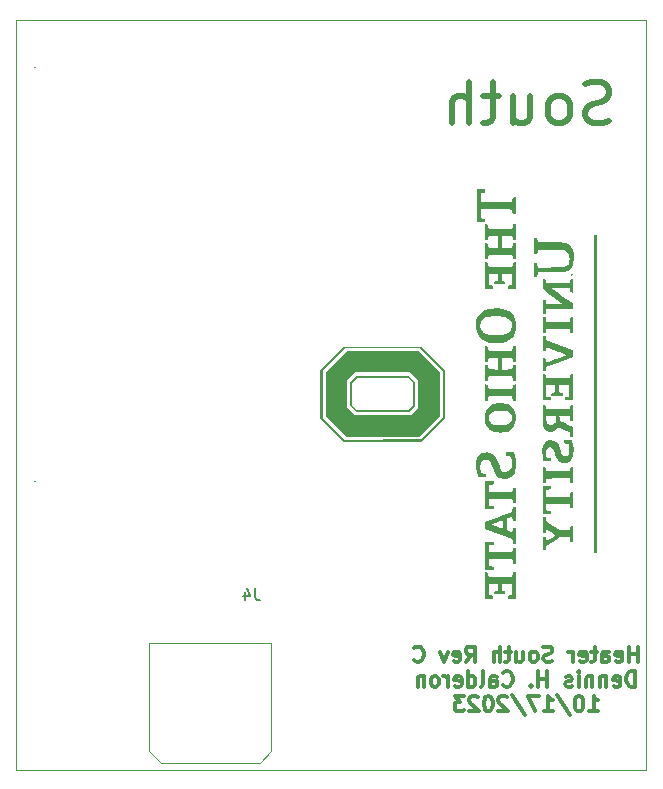
<source format=gbr>
%TF.GenerationSoftware,KiCad,Pcbnew,7.0.7*%
%TF.CreationDate,2023-10-17T22:09:54-05:00*%
%TF.ProjectId,Heater_South_DCT_HSK,48656174-6572-45f5-936f-7574685f4443,rev?*%
%TF.SameCoordinates,Original*%
%TF.FileFunction,Legend,Bot*%
%TF.FilePolarity,Positive*%
%FSLAX46Y46*%
G04 Gerber Fmt 4.6, Leading zero omitted, Abs format (unit mm)*
G04 Created by KiCad (PCBNEW 7.0.7) date 2023-10-17 22:09:54*
%MOMM*%
%LPD*%
G01*
G04 APERTURE LIST*
%ADD10C,0.150000*%
%ADD11C,0.500000*%
%ADD12C,0.300000*%
%ADD13C,0.120000*%
%TA.AperFunction,Profile*%
%ADD14C,0.100000*%
%TD*%
G04 APERTURE END LIST*
D10*
X103200200Y-89890600D02*
G75*
G03*
X103200200Y-89890600I-25400J0D01*
G01*
X103200200Y-54864000D02*
G75*
G03*
X103200200Y-54864000I-25400J0D01*
G01*
X148615400Y-72390000D02*
G75*
G03*
X148615400Y-72390000I-25400J0D01*
G01*
D11*
X151784332Y-59421676D02*
X151284332Y-59588342D01*
X151284332Y-59588342D02*
X150450999Y-59588342D01*
X150450999Y-59588342D02*
X150117665Y-59421676D01*
X150117665Y-59421676D02*
X149950999Y-59255009D01*
X149950999Y-59255009D02*
X149784332Y-58921676D01*
X149784332Y-58921676D02*
X149784332Y-58588342D01*
X149784332Y-58588342D02*
X149950999Y-58255009D01*
X149950999Y-58255009D02*
X150117665Y-58088342D01*
X150117665Y-58088342D02*
X150450999Y-57921676D01*
X150450999Y-57921676D02*
X151117665Y-57755009D01*
X151117665Y-57755009D02*
X151450999Y-57588342D01*
X151450999Y-57588342D02*
X151617665Y-57421676D01*
X151617665Y-57421676D02*
X151784332Y-57088342D01*
X151784332Y-57088342D02*
X151784332Y-56755009D01*
X151784332Y-56755009D02*
X151617665Y-56421676D01*
X151617665Y-56421676D02*
X151450999Y-56255009D01*
X151450999Y-56255009D02*
X151117665Y-56088342D01*
X151117665Y-56088342D02*
X150284332Y-56088342D01*
X150284332Y-56088342D02*
X149784332Y-56255009D01*
X147784332Y-59588342D02*
X148117666Y-59421676D01*
X148117666Y-59421676D02*
X148284332Y-59255009D01*
X148284332Y-59255009D02*
X148450999Y-58921676D01*
X148450999Y-58921676D02*
X148450999Y-57921676D01*
X148450999Y-57921676D02*
X148284332Y-57588342D01*
X148284332Y-57588342D02*
X148117666Y-57421676D01*
X148117666Y-57421676D02*
X147784332Y-57255009D01*
X147784332Y-57255009D02*
X147284332Y-57255009D01*
X147284332Y-57255009D02*
X146950999Y-57421676D01*
X146950999Y-57421676D02*
X146784332Y-57588342D01*
X146784332Y-57588342D02*
X146617666Y-57921676D01*
X146617666Y-57921676D02*
X146617666Y-58921676D01*
X146617666Y-58921676D02*
X146784332Y-59255009D01*
X146784332Y-59255009D02*
X146950999Y-59421676D01*
X146950999Y-59421676D02*
X147284332Y-59588342D01*
X147284332Y-59588342D02*
X147784332Y-59588342D01*
X143617665Y-57255009D02*
X143617665Y-59588342D01*
X145117665Y-57255009D02*
X145117665Y-59088342D01*
X145117665Y-59088342D02*
X144950999Y-59421676D01*
X144950999Y-59421676D02*
X144617665Y-59588342D01*
X144617665Y-59588342D02*
X144117665Y-59588342D01*
X144117665Y-59588342D02*
X143784332Y-59421676D01*
X143784332Y-59421676D02*
X143617665Y-59255009D01*
X142450998Y-57255009D02*
X141117665Y-57255009D01*
X141950998Y-56088342D02*
X141950998Y-59088342D01*
X141950998Y-59088342D02*
X141784332Y-59421676D01*
X141784332Y-59421676D02*
X141450998Y-59588342D01*
X141450998Y-59588342D02*
X141117665Y-59588342D01*
X139950998Y-59588342D02*
X139950998Y-56088342D01*
X138450998Y-59588342D02*
X138450998Y-57755009D01*
X138450998Y-57755009D02*
X138617665Y-57421676D01*
X138617665Y-57421676D02*
X138950998Y-57255009D01*
X138950998Y-57255009D02*
X139450998Y-57255009D01*
X139450998Y-57255009D02*
X139784332Y-57421676D01*
X139784332Y-57421676D02*
X139950998Y-57588342D01*
D12*
X154212527Y-105179193D02*
X154212527Y-103879193D01*
X154212527Y-104498241D02*
X153469670Y-104498241D01*
X153469670Y-105179193D02*
X153469670Y-103879193D01*
X152355384Y-105117289D02*
X152479193Y-105179193D01*
X152479193Y-105179193D02*
X152726812Y-105179193D01*
X152726812Y-105179193D02*
X152850622Y-105117289D01*
X152850622Y-105117289D02*
X152912526Y-104993479D01*
X152912526Y-104993479D02*
X152912526Y-104498241D01*
X152912526Y-104498241D02*
X152850622Y-104374431D01*
X152850622Y-104374431D02*
X152726812Y-104312527D01*
X152726812Y-104312527D02*
X152479193Y-104312527D01*
X152479193Y-104312527D02*
X152355384Y-104374431D01*
X152355384Y-104374431D02*
X152293479Y-104498241D01*
X152293479Y-104498241D02*
X152293479Y-104622050D01*
X152293479Y-104622050D02*
X152912526Y-104745860D01*
X151179193Y-105179193D02*
X151179193Y-104498241D01*
X151179193Y-104498241D02*
X151241098Y-104374431D01*
X151241098Y-104374431D02*
X151364907Y-104312527D01*
X151364907Y-104312527D02*
X151612526Y-104312527D01*
X151612526Y-104312527D02*
X151736336Y-104374431D01*
X151179193Y-105117289D02*
X151303002Y-105179193D01*
X151303002Y-105179193D02*
X151612526Y-105179193D01*
X151612526Y-105179193D02*
X151736336Y-105117289D01*
X151736336Y-105117289D02*
X151798240Y-104993479D01*
X151798240Y-104993479D02*
X151798240Y-104869669D01*
X151798240Y-104869669D02*
X151736336Y-104745860D01*
X151736336Y-104745860D02*
X151612526Y-104683955D01*
X151612526Y-104683955D02*
X151303002Y-104683955D01*
X151303002Y-104683955D02*
X151179193Y-104622050D01*
X150745860Y-104312527D02*
X150250622Y-104312527D01*
X150560146Y-103879193D02*
X150560146Y-104993479D01*
X150560146Y-104993479D02*
X150498241Y-105117289D01*
X150498241Y-105117289D02*
X150374431Y-105179193D01*
X150374431Y-105179193D02*
X150250622Y-105179193D01*
X149322051Y-105117289D02*
X149445860Y-105179193D01*
X149445860Y-105179193D02*
X149693479Y-105179193D01*
X149693479Y-105179193D02*
X149817289Y-105117289D01*
X149817289Y-105117289D02*
X149879193Y-104993479D01*
X149879193Y-104993479D02*
X149879193Y-104498241D01*
X149879193Y-104498241D02*
X149817289Y-104374431D01*
X149817289Y-104374431D02*
X149693479Y-104312527D01*
X149693479Y-104312527D02*
X149445860Y-104312527D01*
X149445860Y-104312527D02*
X149322051Y-104374431D01*
X149322051Y-104374431D02*
X149260146Y-104498241D01*
X149260146Y-104498241D02*
X149260146Y-104622050D01*
X149260146Y-104622050D02*
X149879193Y-104745860D01*
X148703003Y-105179193D02*
X148703003Y-104312527D01*
X148703003Y-104560146D02*
X148641098Y-104436336D01*
X148641098Y-104436336D02*
X148579193Y-104374431D01*
X148579193Y-104374431D02*
X148455384Y-104312527D01*
X148455384Y-104312527D02*
X148331574Y-104312527D01*
X146969669Y-105117289D02*
X146783955Y-105179193D01*
X146783955Y-105179193D02*
X146474431Y-105179193D01*
X146474431Y-105179193D02*
X146350622Y-105117289D01*
X146350622Y-105117289D02*
X146288717Y-105055384D01*
X146288717Y-105055384D02*
X146226812Y-104931574D01*
X146226812Y-104931574D02*
X146226812Y-104807765D01*
X146226812Y-104807765D02*
X146288717Y-104683955D01*
X146288717Y-104683955D02*
X146350622Y-104622050D01*
X146350622Y-104622050D02*
X146474431Y-104560146D01*
X146474431Y-104560146D02*
X146722050Y-104498241D01*
X146722050Y-104498241D02*
X146845860Y-104436336D01*
X146845860Y-104436336D02*
X146907765Y-104374431D01*
X146907765Y-104374431D02*
X146969669Y-104250622D01*
X146969669Y-104250622D02*
X146969669Y-104126812D01*
X146969669Y-104126812D02*
X146907765Y-104003003D01*
X146907765Y-104003003D02*
X146845860Y-103941098D01*
X146845860Y-103941098D02*
X146722050Y-103879193D01*
X146722050Y-103879193D02*
X146412527Y-103879193D01*
X146412527Y-103879193D02*
X146226812Y-103941098D01*
X145483955Y-105179193D02*
X145607765Y-105117289D01*
X145607765Y-105117289D02*
X145669670Y-105055384D01*
X145669670Y-105055384D02*
X145731574Y-104931574D01*
X145731574Y-104931574D02*
X145731574Y-104560146D01*
X145731574Y-104560146D02*
X145669670Y-104436336D01*
X145669670Y-104436336D02*
X145607765Y-104374431D01*
X145607765Y-104374431D02*
X145483955Y-104312527D01*
X145483955Y-104312527D02*
X145298241Y-104312527D01*
X145298241Y-104312527D02*
X145174432Y-104374431D01*
X145174432Y-104374431D02*
X145112527Y-104436336D01*
X145112527Y-104436336D02*
X145050622Y-104560146D01*
X145050622Y-104560146D02*
X145050622Y-104931574D01*
X145050622Y-104931574D02*
X145112527Y-105055384D01*
X145112527Y-105055384D02*
X145174432Y-105117289D01*
X145174432Y-105117289D02*
X145298241Y-105179193D01*
X145298241Y-105179193D02*
X145483955Y-105179193D01*
X143936337Y-104312527D02*
X143936337Y-105179193D01*
X144493480Y-104312527D02*
X144493480Y-104993479D01*
X144493480Y-104993479D02*
X144431575Y-105117289D01*
X144431575Y-105117289D02*
X144307765Y-105179193D01*
X144307765Y-105179193D02*
X144122051Y-105179193D01*
X144122051Y-105179193D02*
X143998242Y-105117289D01*
X143998242Y-105117289D02*
X143936337Y-105055384D01*
X143503004Y-104312527D02*
X143007766Y-104312527D01*
X143317290Y-103879193D02*
X143317290Y-104993479D01*
X143317290Y-104993479D02*
X143255385Y-105117289D01*
X143255385Y-105117289D02*
X143131575Y-105179193D01*
X143131575Y-105179193D02*
X143007766Y-105179193D01*
X142574433Y-105179193D02*
X142574433Y-103879193D01*
X142017290Y-105179193D02*
X142017290Y-104498241D01*
X142017290Y-104498241D02*
X142079195Y-104374431D01*
X142079195Y-104374431D02*
X142203004Y-104312527D01*
X142203004Y-104312527D02*
X142388718Y-104312527D01*
X142388718Y-104312527D02*
X142512528Y-104374431D01*
X142512528Y-104374431D02*
X142574433Y-104436336D01*
X139664910Y-105179193D02*
X140098243Y-104560146D01*
X140407767Y-105179193D02*
X140407767Y-103879193D01*
X140407767Y-103879193D02*
X139912529Y-103879193D01*
X139912529Y-103879193D02*
X139788719Y-103941098D01*
X139788719Y-103941098D02*
X139726814Y-104003003D01*
X139726814Y-104003003D02*
X139664910Y-104126812D01*
X139664910Y-104126812D02*
X139664910Y-104312527D01*
X139664910Y-104312527D02*
X139726814Y-104436336D01*
X139726814Y-104436336D02*
X139788719Y-104498241D01*
X139788719Y-104498241D02*
X139912529Y-104560146D01*
X139912529Y-104560146D02*
X140407767Y-104560146D01*
X138612529Y-105117289D02*
X138736338Y-105179193D01*
X138736338Y-105179193D02*
X138983957Y-105179193D01*
X138983957Y-105179193D02*
X139107767Y-105117289D01*
X139107767Y-105117289D02*
X139169671Y-104993479D01*
X139169671Y-104993479D02*
X139169671Y-104498241D01*
X139169671Y-104498241D02*
X139107767Y-104374431D01*
X139107767Y-104374431D02*
X138983957Y-104312527D01*
X138983957Y-104312527D02*
X138736338Y-104312527D01*
X138736338Y-104312527D02*
X138612529Y-104374431D01*
X138612529Y-104374431D02*
X138550624Y-104498241D01*
X138550624Y-104498241D02*
X138550624Y-104622050D01*
X138550624Y-104622050D02*
X139169671Y-104745860D01*
X138117290Y-104312527D02*
X137807766Y-105179193D01*
X137807766Y-105179193D02*
X137498243Y-104312527D01*
X135269672Y-105055384D02*
X135331576Y-105117289D01*
X135331576Y-105117289D02*
X135517291Y-105179193D01*
X135517291Y-105179193D02*
X135641100Y-105179193D01*
X135641100Y-105179193D02*
X135826814Y-105117289D01*
X135826814Y-105117289D02*
X135950624Y-104993479D01*
X135950624Y-104993479D02*
X136012529Y-104869669D01*
X136012529Y-104869669D02*
X136074433Y-104622050D01*
X136074433Y-104622050D02*
X136074433Y-104436336D01*
X136074433Y-104436336D02*
X136012529Y-104188717D01*
X136012529Y-104188717D02*
X135950624Y-104064908D01*
X135950624Y-104064908D02*
X135826814Y-103941098D01*
X135826814Y-103941098D02*
X135641100Y-103879193D01*
X135641100Y-103879193D02*
X135517291Y-103879193D01*
X135517291Y-103879193D02*
X135331576Y-103941098D01*
X135331576Y-103941098D02*
X135269672Y-104003003D01*
X153964908Y-107272193D02*
X153964908Y-105972193D01*
X153964908Y-105972193D02*
X153655384Y-105972193D01*
X153655384Y-105972193D02*
X153469670Y-106034098D01*
X153469670Y-106034098D02*
X153345860Y-106157908D01*
X153345860Y-106157908D02*
X153283955Y-106281717D01*
X153283955Y-106281717D02*
X153222051Y-106529336D01*
X153222051Y-106529336D02*
X153222051Y-106715050D01*
X153222051Y-106715050D02*
X153283955Y-106962669D01*
X153283955Y-106962669D02*
X153345860Y-107086479D01*
X153345860Y-107086479D02*
X153469670Y-107210289D01*
X153469670Y-107210289D02*
X153655384Y-107272193D01*
X153655384Y-107272193D02*
X153964908Y-107272193D01*
X152169670Y-107210289D02*
X152293479Y-107272193D01*
X152293479Y-107272193D02*
X152541098Y-107272193D01*
X152541098Y-107272193D02*
X152664908Y-107210289D01*
X152664908Y-107210289D02*
X152726812Y-107086479D01*
X152726812Y-107086479D02*
X152726812Y-106591241D01*
X152726812Y-106591241D02*
X152664908Y-106467431D01*
X152664908Y-106467431D02*
X152541098Y-106405527D01*
X152541098Y-106405527D02*
X152293479Y-106405527D01*
X152293479Y-106405527D02*
X152169670Y-106467431D01*
X152169670Y-106467431D02*
X152107765Y-106591241D01*
X152107765Y-106591241D02*
X152107765Y-106715050D01*
X152107765Y-106715050D02*
X152726812Y-106838860D01*
X151550622Y-106405527D02*
X151550622Y-107272193D01*
X151550622Y-106529336D02*
X151488717Y-106467431D01*
X151488717Y-106467431D02*
X151364907Y-106405527D01*
X151364907Y-106405527D02*
X151179193Y-106405527D01*
X151179193Y-106405527D02*
X151055384Y-106467431D01*
X151055384Y-106467431D02*
X150993479Y-106591241D01*
X150993479Y-106591241D02*
X150993479Y-107272193D01*
X150374432Y-106405527D02*
X150374432Y-107272193D01*
X150374432Y-106529336D02*
X150312527Y-106467431D01*
X150312527Y-106467431D02*
X150188717Y-106405527D01*
X150188717Y-106405527D02*
X150003003Y-106405527D01*
X150003003Y-106405527D02*
X149879194Y-106467431D01*
X149879194Y-106467431D02*
X149817289Y-106591241D01*
X149817289Y-106591241D02*
X149817289Y-107272193D01*
X149198242Y-107272193D02*
X149198242Y-106405527D01*
X149198242Y-105972193D02*
X149260146Y-106034098D01*
X149260146Y-106034098D02*
X149198242Y-106096003D01*
X149198242Y-106096003D02*
X149136337Y-106034098D01*
X149136337Y-106034098D02*
X149198242Y-105972193D01*
X149198242Y-105972193D02*
X149198242Y-106096003D01*
X148641098Y-107210289D02*
X148517289Y-107272193D01*
X148517289Y-107272193D02*
X148269670Y-107272193D01*
X148269670Y-107272193D02*
X148145860Y-107210289D01*
X148145860Y-107210289D02*
X148083956Y-107086479D01*
X148083956Y-107086479D02*
X148083956Y-107024574D01*
X148083956Y-107024574D02*
X148145860Y-106900765D01*
X148145860Y-106900765D02*
X148269670Y-106838860D01*
X148269670Y-106838860D02*
X148455384Y-106838860D01*
X148455384Y-106838860D02*
X148579194Y-106776955D01*
X148579194Y-106776955D02*
X148641098Y-106653146D01*
X148641098Y-106653146D02*
X148641098Y-106591241D01*
X148641098Y-106591241D02*
X148579194Y-106467431D01*
X148579194Y-106467431D02*
X148455384Y-106405527D01*
X148455384Y-106405527D02*
X148269670Y-106405527D01*
X148269670Y-106405527D02*
X148145860Y-106467431D01*
X146536337Y-107272193D02*
X146536337Y-105972193D01*
X146536337Y-106591241D02*
X145793480Y-106591241D01*
X145793480Y-107272193D02*
X145793480Y-105972193D01*
X145174432Y-107148384D02*
X145112527Y-107210289D01*
X145112527Y-107210289D02*
X145174432Y-107272193D01*
X145174432Y-107272193D02*
X145236336Y-107210289D01*
X145236336Y-107210289D02*
X145174432Y-107148384D01*
X145174432Y-107148384D02*
X145174432Y-107272193D01*
X142822051Y-107148384D02*
X142883955Y-107210289D01*
X142883955Y-107210289D02*
X143069670Y-107272193D01*
X143069670Y-107272193D02*
X143193479Y-107272193D01*
X143193479Y-107272193D02*
X143379193Y-107210289D01*
X143379193Y-107210289D02*
X143503003Y-107086479D01*
X143503003Y-107086479D02*
X143564908Y-106962669D01*
X143564908Y-106962669D02*
X143626812Y-106715050D01*
X143626812Y-106715050D02*
X143626812Y-106529336D01*
X143626812Y-106529336D02*
X143564908Y-106281717D01*
X143564908Y-106281717D02*
X143503003Y-106157908D01*
X143503003Y-106157908D02*
X143379193Y-106034098D01*
X143379193Y-106034098D02*
X143193479Y-105972193D01*
X143193479Y-105972193D02*
X143069670Y-105972193D01*
X143069670Y-105972193D02*
X142883955Y-106034098D01*
X142883955Y-106034098D02*
X142822051Y-106096003D01*
X141707765Y-107272193D02*
X141707765Y-106591241D01*
X141707765Y-106591241D02*
X141769670Y-106467431D01*
X141769670Y-106467431D02*
X141893479Y-106405527D01*
X141893479Y-106405527D02*
X142141098Y-106405527D01*
X142141098Y-106405527D02*
X142264908Y-106467431D01*
X141707765Y-107210289D02*
X141831574Y-107272193D01*
X141831574Y-107272193D02*
X142141098Y-107272193D01*
X142141098Y-107272193D02*
X142264908Y-107210289D01*
X142264908Y-107210289D02*
X142326812Y-107086479D01*
X142326812Y-107086479D02*
X142326812Y-106962669D01*
X142326812Y-106962669D02*
X142264908Y-106838860D01*
X142264908Y-106838860D02*
X142141098Y-106776955D01*
X142141098Y-106776955D02*
X141831574Y-106776955D01*
X141831574Y-106776955D02*
X141707765Y-106715050D01*
X140903003Y-107272193D02*
X141026813Y-107210289D01*
X141026813Y-107210289D02*
X141088718Y-107086479D01*
X141088718Y-107086479D02*
X141088718Y-105972193D01*
X139850623Y-107272193D02*
X139850623Y-105972193D01*
X139850623Y-107210289D02*
X139974432Y-107272193D01*
X139974432Y-107272193D02*
X140222051Y-107272193D01*
X140222051Y-107272193D02*
X140345861Y-107210289D01*
X140345861Y-107210289D02*
X140407766Y-107148384D01*
X140407766Y-107148384D02*
X140469670Y-107024574D01*
X140469670Y-107024574D02*
X140469670Y-106653146D01*
X140469670Y-106653146D02*
X140407766Y-106529336D01*
X140407766Y-106529336D02*
X140345861Y-106467431D01*
X140345861Y-106467431D02*
X140222051Y-106405527D01*
X140222051Y-106405527D02*
X139974432Y-106405527D01*
X139974432Y-106405527D02*
X139850623Y-106467431D01*
X138736338Y-107210289D02*
X138860147Y-107272193D01*
X138860147Y-107272193D02*
X139107766Y-107272193D01*
X139107766Y-107272193D02*
X139231576Y-107210289D01*
X139231576Y-107210289D02*
X139293480Y-107086479D01*
X139293480Y-107086479D02*
X139293480Y-106591241D01*
X139293480Y-106591241D02*
X139231576Y-106467431D01*
X139231576Y-106467431D02*
X139107766Y-106405527D01*
X139107766Y-106405527D02*
X138860147Y-106405527D01*
X138860147Y-106405527D02*
X138736338Y-106467431D01*
X138736338Y-106467431D02*
X138674433Y-106591241D01*
X138674433Y-106591241D02*
X138674433Y-106715050D01*
X138674433Y-106715050D02*
X139293480Y-106838860D01*
X138117290Y-107272193D02*
X138117290Y-106405527D01*
X138117290Y-106653146D02*
X138055385Y-106529336D01*
X138055385Y-106529336D02*
X137993480Y-106467431D01*
X137993480Y-106467431D02*
X137869671Y-106405527D01*
X137869671Y-106405527D02*
X137745861Y-106405527D01*
X137126813Y-107272193D02*
X137250623Y-107210289D01*
X137250623Y-107210289D02*
X137312528Y-107148384D01*
X137312528Y-107148384D02*
X137374432Y-107024574D01*
X137374432Y-107024574D02*
X137374432Y-106653146D01*
X137374432Y-106653146D02*
X137312528Y-106529336D01*
X137312528Y-106529336D02*
X137250623Y-106467431D01*
X137250623Y-106467431D02*
X137126813Y-106405527D01*
X137126813Y-106405527D02*
X136941099Y-106405527D01*
X136941099Y-106405527D02*
X136817290Y-106467431D01*
X136817290Y-106467431D02*
X136755385Y-106529336D01*
X136755385Y-106529336D02*
X136693480Y-106653146D01*
X136693480Y-106653146D02*
X136693480Y-107024574D01*
X136693480Y-107024574D02*
X136755385Y-107148384D01*
X136755385Y-107148384D02*
X136817290Y-107210289D01*
X136817290Y-107210289D02*
X136941099Y-107272193D01*
X136941099Y-107272193D02*
X137126813Y-107272193D01*
X136136338Y-106405527D02*
X136136338Y-107272193D01*
X136136338Y-106529336D02*
X136074433Y-106467431D01*
X136074433Y-106467431D02*
X135950623Y-106405527D01*
X135950623Y-106405527D02*
X135764909Y-106405527D01*
X135764909Y-106405527D02*
X135641100Y-106467431D01*
X135641100Y-106467431D02*
X135579195Y-106591241D01*
X135579195Y-106591241D02*
X135579195Y-107272193D01*
X150095860Y-109365193D02*
X150838717Y-109365193D01*
X150467289Y-109365193D02*
X150467289Y-108065193D01*
X150467289Y-108065193D02*
X150591098Y-108250908D01*
X150591098Y-108250908D02*
X150714908Y-108374717D01*
X150714908Y-108374717D02*
X150838717Y-108436622D01*
X149291099Y-108065193D02*
X149167289Y-108065193D01*
X149167289Y-108065193D02*
X149043480Y-108127098D01*
X149043480Y-108127098D02*
X148981575Y-108189003D01*
X148981575Y-108189003D02*
X148919670Y-108312812D01*
X148919670Y-108312812D02*
X148857765Y-108560431D01*
X148857765Y-108560431D02*
X148857765Y-108869955D01*
X148857765Y-108869955D02*
X148919670Y-109117574D01*
X148919670Y-109117574D02*
X148981575Y-109241384D01*
X148981575Y-109241384D02*
X149043480Y-109303289D01*
X149043480Y-109303289D02*
X149167289Y-109365193D01*
X149167289Y-109365193D02*
X149291099Y-109365193D01*
X149291099Y-109365193D02*
X149414908Y-109303289D01*
X149414908Y-109303289D02*
X149476813Y-109241384D01*
X149476813Y-109241384D02*
X149538718Y-109117574D01*
X149538718Y-109117574D02*
X149600622Y-108869955D01*
X149600622Y-108869955D02*
X149600622Y-108560431D01*
X149600622Y-108560431D02*
X149538718Y-108312812D01*
X149538718Y-108312812D02*
X149476813Y-108189003D01*
X149476813Y-108189003D02*
X149414908Y-108127098D01*
X149414908Y-108127098D02*
X149291099Y-108065193D01*
X147372051Y-108003289D02*
X148486337Y-109674717D01*
X146257765Y-109365193D02*
X147000622Y-109365193D01*
X146629194Y-109365193D02*
X146629194Y-108065193D01*
X146629194Y-108065193D02*
X146753003Y-108250908D01*
X146753003Y-108250908D02*
X146876813Y-108374717D01*
X146876813Y-108374717D02*
X147000622Y-108436622D01*
X145824432Y-108065193D02*
X144957766Y-108065193D01*
X144957766Y-108065193D02*
X145514908Y-109365193D01*
X143533956Y-108003289D02*
X144648242Y-109674717D01*
X143162527Y-108189003D02*
X143100623Y-108127098D01*
X143100623Y-108127098D02*
X142976813Y-108065193D01*
X142976813Y-108065193D02*
X142667289Y-108065193D01*
X142667289Y-108065193D02*
X142543480Y-108127098D01*
X142543480Y-108127098D02*
X142481575Y-108189003D01*
X142481575Y-108189003D02*
X142419670Y-108312812D01*
X142419670Y-108312812D02*
X142419670Y-108436622D01*
X142419670Y-108436622D02*
X142481575Y-108622336D01*
X142481575Y-108622336D02*
X143224432Y-109365193D01*
X143224432Y-109365193D02*
X142419670Y-109365193D01*
X141614909Y-108065193D02*
X141491099Y-108065193D01*
X141491099Y-108065193D02*
X141367290Y-108127098D01*
X141367290Y-108127098D02*
X141305385Y-108189003D01*
X141305385Y-108189003D02*
X141243480Y-108312812D01*
X141243480Y-108312812D02*
X141181575Y-108560431D01*
X141181575Y-108560431D02*
X141181575Y-108869955D01*
X141181575Y-108869955D02*
X141243480Y-109117574D01*
X141243480Y-109117574D02*
X141305385Y-109241384D01*
X141305385Y-109241384D02*
X141367290Y-109303289D01*
X141367290Y-109303289D02*
X141491099Y-109365193D01*
X141491099Y-109365193D02*
X141614909Y-109365193D01*
X141614909Y-109365193D02*
X141738718Y-109303289D01*
X141738718Y-109303289D02*
X141800623Y-109241384D01*
X141800623Y-109241384D02*
X141862528Y-109117574D01*
X141862528Y-109117574D02*
X141924432Y-108869955D01*
X141924432Y-108869955D02*
X141924432Y-108560431D01*
X141924432Y-108560431D02*
X141862528Y-108312812D01*
X141862528Y-108312812D02*
X141800623Y-108189003D01*
X141800623Y-108189003D02*
X141738718Y-108127098D01*
X141738718Y-108127098D02*
X141614909Y-108065193D01*
X140686337Y-108189003D02*
X140624433Y-108127098D01*
X140624433Y-108127098D02*
X140500623Y-108065193D01*
X140500623Y-108065193D02*
X140191099Y-108065193D01*
X140191099Y-108065193D02*
X140067290Y-108127098D01*
X140067290Y-108127098D02*
X140005385Y-108189003D01*
X140005385Y-108189003D02*
X139943480Y-108312812D01*
X139943480Y-108312812D02*
X139943480Y-108436622D01*
X139943480Y-108436622D02*
X140005385Y-108622336D01*
X140005385Y-108622336D02*
X140748242Y-109365193D01*
X140748242Y-109365193D02*
X139943480Y-109365193D01*
X139510147Y-108065193D02*
X138705385Y-108065193D01*
X138705385Y-108065193D02*
X139138719Y-108560431D01*
X139138719Y-108560431D02*
X138953004Y-108560431D01*
X138953004Y-108560431D02*
X138829195Y-108622336D01*
X138829195Y-108622336D02*
X138767290Y-108684241D01*
X138767290Y-108684241D02*
X138705385Y-108808050D01*
X138705385Y-108808050D02*
X138705385Y-109117574D01*
X138705385Y-109117574D02*
X138767290Y-109241384D01*
X138767290Y-109241384D02*
X138829195Y-109303289D01*
X138829195Y-109303289D02*
X138953004Y-109365193D01*
X138953004Y-109365193D02*
X139324433Y-109365193D01*
X139324433Y-109365193D02*
X139448242Y-109303289D01*
X139448242Y-109303289D02*
X139510147Y-109241384D01*
D10*
X121833333Y-98954819D02*
X121833333Y-99669104D01*
X121833333Y-99669104D02*
X121880952Y-99811961D01*
X121880952Y-99811961D02*
X121976190Y-99907200D01*
X121976190Y-99907200D02*
X122119047Y-99954819D01*
X122119047Y-99954819D02*
X122214285Y-99954819D01*
X120928571Y-99288152D02*
X120928571Y-99954819D01*
X121166666Y-98907200D02*
X121404761Y-99621485D01*
X121404761Y-99621485D02*
X120785714Y-99621485D01*
%TO.C,G\u002A\u002A\u002A*%
G36*
X150724800Y-95929085D02*
G01*
X150530164Y-95929085D01*
X150530164Y-69069314D01*
X150724800Y-69069314D01*
X150724800Y-95929085D01*
G37*
G36*
X141998619Y-95271918D02*
G01*
X141803983Y-95293938D01*
X141609347Y-95315959D01*
X141609347Y-95896645D01*
X143584925Y-95896645D01*
X143606945Y-95702009D01*
X143628966Y-95507373D01*
X143880100Y-95507373D01*
X143880100Y-96869825D01*
X143628966Y-96869825D01*
X143606945Y-96675189D01*
X143584925Y-96480553D01*
X141609347Y-96480553D01*
X141609347Y-97061240D01*
X141803983Y-97083260D01*
X141998619Y-97105281D01*
X141998619Y-97356415D01*
X141284954Y-97356415D01*
X141284954Y-95020783D01*
X141998619Y-95020783D01*
X141998619Y-95271918D01*
G37*
G36*
X146449178Y-76368165D02*
G01*
X148450071Y-76368165D01*
X148470700Y-76214078D01*
X148480362Y-76144495D01*
X148498359Y-76051418D01*
X148523272Y-76001959D01*
X148564502Y-75982368D01*
X148631445Y-75978893D01*
X148746001Y-75978893D01*
X148746001Y-77345262D01*
X148624353Y-77335193D01*
X148609868Y-77333981D01*
X148547329Y-77324703D01*
X148512172Y-77299843D01*
X148492070Y-77243206D01*
X148474694Y-77138599D01*
X148446682Y-76952073D01*
X146449178Y-76952073D01*
X146403998Y-77341345D01*
X146150854Y-77341345D01*
X146150854Y-75978893D01*
X146403998Y-75978893D01*
X146449178Y-76368165D01*
G37*
G36*
X135786081Y-78479122D02*
G01*
X135883804Y-78479158D01*
X136881314Y-79454846D01*
X137878823Y-80430533D01*
X137878823Y-84526272D01*
X136881510Y-85523974D01*
X135884197Y-86521677D01*
X129314163Y-86521677D01*
X127336039Y-84566189D01*
X127336039Y-84494638D01*
X127530675Y-84494638D01*
X128468876Y-85432420D01*
X129407077Y-86370203D01*
X135818925Y-86326379D01*
X137684187Y-84462199D01*
X137684187Y-80536207D01*
X135786081Y-78638919D01*
X129395517Y-78638919D01*
X127530675Y-80504593D01*
X127530675Y-84494638D01*
X127336039Y-84494638D01*
X127336039Y-80439694D01*
X128317130Y-79458208D01*
X129298220Y-78476722D01*
X135786081Y-78479122D01*
G37*
G36*
X134779121Y-80942111D02*
G01*
X134844390Y-80942111D01*
X135112692Y-81209020D01*
X135380994Y-81475928D01*
X135380994Y-83525750D01*
X135109224Y-83791019D01*
X134837453Y-84056288D01*
X130409849Y-84056288D01*
X129866307Y-83525750D01*
X129866307Y-83425461D01*
X130028504Y-83425461D01*
X130248284Y-83643556D01*
X130468063Y-83861652D01*
X134782741Y-83861652D01*
X134984550Y-83658033D01*
X135186358Y-83454414D01*
X135186358Y-81540365D01*
X134982740Y-81338556D01*
X134779121Y-81136747D01*
X130464695Y-81136747D01*
X130246600Y-81356527D01*
X130028504Y-81576307D01*
X130028504Y-83425461D01*
X129866307Y-83425461D01*
X129866307Y-81478716D01*
X130133216Y-81210413D01*
X130400124Y-80942111D01*
X134779121Y-80942111D01*
G37*
G36*
X134942004Y-78865994D02*
G01*
X135688734Y-78865994D01*
X136572923Y-79749745D01*
X137457112Y-80633495D01*
X137457112Y-84361694D01*
X135723208Y-86099966D01*
X129526137Y-86099966D01*
X128658163Y-85232439D01*
X127790190Y-84364912D01*
X127790190Y-83619463D01*
X129574353Y-83619463D01*
X129923606Y-83967633D01*
X130272858Y-84315802D01*
X134976662Y-84315802D01*
X135308586Y-83982745D01*
X135640509Y-83649688D01*
X135640509Y-81346497D01*
X135291257Y-80998327D01*
X134942004Y-80650157D01*
X130303180Y-80650157D01*
X129938767Y-81015607D01*
X129574353Y-81381058D01*
X129574353Y-83619463D01*
X127790190Y-83619463D01*
X127790190Y-80634372D01*
X128673941Y-79750183D01*
X129557691Y-78865994D01*
X134942004Y-78865994D01*
G37*
G36*
X146864519Y-90570224D02*
G01*
X146475247Y-90615404D01*
X146475247Y-91192942D01*
X148446682Y-91192942D01*
X148474694Y-91006415D01*
X148478038Y-90984207D01*
X148495004Y-90889046D01*
X148516827Y-90839058D01*
X148555834Y-90818047D01*
X148624353Y-90809821D01*
X148746001Y-90799753D01*
X148746001Y-92170038D01*
X148624353Y-92159970D01*
X148609868Y-92158757D01*
X148547329Y-92149479D01*
X148512172Y-92124619D01*
X148492070Y-92067983D01*
X148474694Y-91963376D01*
X148446682Y-91776850D01*
X146475247Y-91776850D01*
X146475247Y-92357536D01*
X146669883Y-92379557D01*
X146864519Y-92401577D01*
X146864519Y-92652712D01*
X146150854Y-92652712D01*
X146150854Y-90317079D01*
X146864519Y-90317079D01*
X146864519Y-90570224D01*
G37*
G36*
X148746001Y-90029042D02*
G01*
X148624353Y-90018974D01*
X148609357Y-90017718D01*
X148547091Y-90008413D01*
X148512072Y-89983459D01*
X148492012Y-89926683D01*
X148474625Y-89821916D01*
X148446545Y-89634927D01*
X147452786Y-89643500D01*
X146459028Y-89652073D01*
X146399868Y-90025125D01*
X146149538Y-90025125D01*
X146167074Y-88678893D01*
X146280611Y-88678893D01*
X146293858Y-88678907D01*
X146352389Y-88683060D01*
X146385510Y-88705286D01*
X146404880Y-88760951D01*
X146422161Y-88865419D01*
X146450173Y-89051945D01*
X148450071Y-89051945D01*
X148470700Y-88897859D01*
X148480362Y-88828275D01*
X148498359Y-88735198D01*
X148523272Y-88685739D01*
X148564502Y-88666148D01*
X148631445Y-88662673D01*
X148746001Y-88662673D01*
X148746001Y-90029042D01*
G37*
G36*
X143880100Y-83050668D02*
G01*
X143629623Y-83050668D01*
X143610321Y-82887699D01*
X143602590Y-82830414D01*
X143586376Y-82741725D01*
X143571449Y-82693063D01*
X143540794Y-82684745D01*
X143449073Y-82676725D01*
X143301151Y-82670235D01*
X143101610Y-82665421D01*
X142855033Y-82662426D01*
X142566004Y-82661396D01*
X141580129Y-82661396D01*
X141558109Y-82856032D01*
X141536088Y-83050668D01*
X141284954Y-83050668D01*
X141284954Y-81684300D01*
X141406601Y-81694368D01*
X141421086Y-81695580D01*
X141483625Y-81704858D01*
X141518782Y-81729719D01*
X141538884Y-81786355D01*
X141556260Y-81890962D01*
X141584272Y-82077488D01*
X143580782Y-82077488D01*
X143608794Y-81890962D01*
X143612138Y-81868754D01*
X143629104Y-81773593D01*
X143650927Y-81723604D01*
X143689934Y-81702594D01*
X143758453Y-81694368D01*
X143880100Y-81684300D01*
X143880100Y-83050668D01*
G37*
G36*
X141998619Y-90023656D02*
G01*
X141998427Y-90053897D01*
X141989875Y-90122391D01*
X141955379Y-90154314D01*
X141876971Y-90171502D01*
X141798478Y-90183751D01*
X141699077Y-90202230D01*
X141642206Y-90228462D01*
X141616123Y-90276691D01*
X141609084Y-90361161D01*
X141609347Y-90496114D01*
X141609347Y-90771230D01*
X143583478Y-90771230D01*
X143605770Y-90592814D01*
X143628061Y-90414397D01*
X143880100Y-90414397D01*
X143880100Y-91744410D01*
X143628061Y-91744410D01*
X143605770Y-91565994D01*
X143583478Y-91387578D01*
X141609347Y-91387578D01*
X141609347Y-91664330D01*
X141609291Y-91729383D01*
X141612062Y-91844268D01*
X141626982Y-91913783D01*
X141664041Y-91951643D01*
X141733227Y-91971567D01*
X141844532Y-91987271D01*
X141998619Y-92007900D01*
X141998619Y-92263440D01*
X141284954Y-92263440D01*
X141284954Y-89895368D01*
X141998619Y-89895368D01*
X141998619Y-90023656D01*
G37*
G36*
X141406601Y-97589642D02*
G01*
X141421086Y-97590855D01*
X141483625Y-97600133D01*
X141518782Y-97624993D01*
X141538884Y-97681630D01*
X141556260Y-97786237D01*
X141584272Y-97972763D01*
X143584925Y-97972763D01*
X143606945Y-97778127D01*
X143628966Y-97583491D01*
X143880100Y-97583491D01*
X143880100Y-99821805D01*
X143198874Y-99821805D01*
X143198874Y-99567239D01*
X143369181Y-99540167D01*
X143539487Y-99513095D01*
X143557441Y-98556671D01*
X142679845Y-98556671D01*
X142679845Y-99164660D01*
X142842042Y-99186176D01*
X142924318Y-99198409D01*
X142979761Y-99217284D01*
X143000880Y-99253293D01*
X143004238Y-99320112D01*
X143004238Y-99432533D01*
X142031058Y-99432533D01*
X142031058Y-99323558D01*
X142033613Y-99265387D01*
X142052144Y-99226930D01*
X142102710Y-99204696D01*
X142201365Y-99185690D01*
X142371671Y-99156798D01*
X142380998Y-98856735D01*
X142390326Y-98556671D01*
X141607613Y-98556671D01*
X141625567Y-99513095D01*
X141795873Y-99540167D01*
X141966180Y-99567239D01*
X141966180Y-99821805D01*
X141284954Y-99821805D01*
X141284954Y-97579574D01*
X141406601Y-97589642D01*
G37*
G36*
X143880100Y-73578382D02*
G01*
X143198874Y-73578382D01*
X143198874Y-73323536D01*
X143377291Y-73301244D01*
X143555707Y-73278953D01*
X143555707Y-72313248D01*
X142679845Y-72313248D01*
X142679845Y-72923507D01*
X142842042Y-72945815D01*
X142922867Y-72958218D01*
X142979110Y-72977277D01*
X143000715Y-73012891D01*
X143004238Y-73078616D01*
X143004238Y-73189110D01*
X142026948Y-73189110D01*
X142037113Y-73085236D01*
X142042604Y-73044353D01*
X142063192Y-72998701D01*
X142113003Y-72970954D01*
X142209475Y-72947140D01*
X142371671Y-72912917D01*
X142371671Y-72329468D01*
X141990509Y-72320328D01*
X141609347Y-72311189D01*
X141609347Y-73278953D01*
X141787763Y-73301244D01*
X141966180Y-73323536D01*
X141966180Y-73578382D01*
X141284954Y-73578382D01*
X141284954Y-71336152D01*
X141406601Y-71346220D01*
X141421086Y-71347432D01*
X141483625Y-71356710D01*
X141518782Y-71381571D01*
X141538884Y-71438207D01*
X141556260Y-71542814D01*
X141584272Y-71729340D01*
X143580782Y-71729340D01*
X143608794Y-71542814D01*
X143612138Y-71520605D01*
X143629104Y-71425445D01*
X143650927Y-71375456D01*
X143689934Y-71354446D01*
X143758453Y-71346220D01*
X143880100Y-71336152D01*
X143880100Y-73578382D01*
G37*
G36*
X148746001Y-83018229D02*
G01*
X148064775Y-83018229D01*
X148064775Y-82763383D01*
X148421607Y-82718799D01*
X148421607Y-81753095D01*
X147545745Y-81753095D01*
X147545745Y-82367208D01*
X147707942Y-82388724D01*
X147788266Y-82400645D01*
X147844798Y-82419342D01*
X147866565Y-82454536D01*
X147870139Y-82519598D01*
X147870139Y-82628957D01*
X146892848Y-82628957D01*
X146903013Y-82525083D01*
X146908504Y-82484200D01*
X146929092Y-82438548D01*
X146978903Y-82410801D01*
X147075375Y-82386987D01*
X147237572Y-82352764D01*
X147237572Y-81769314D01*
X146856410Y-81760175D01*
X146475247Y-81751036D01*
X146475247Y-82718799D01*
X146653664Y-82741091D01*
X146832080Y-82763383D01*
X146832080Y-83018229D01*
X146150002Y-83018229D01*
X146158538Y-81907182D01*
X146167074Y-80796134D01*
X146280611Y-80796134D01*
X146293858Y-80796148D01*
X146352389Y-80800301D01*
X146385510Y-80822528D01*
X146404880Y-80878192D01*
X146422161Y-80982661D01*
X146450173Y-81169187D01*
X148450071Y-81169187D01*
X148470700Y-81015100D01*
X148480362Y-80945517D01*
X148498359Y-80852440D01*
X148523272Y-80802981D01*
X148564502Y-80783389D01*
X148631445Y-80779915D01*
X148746001Y-80779915D01*
X148746001Y-83018229D01*
G37*
G36*
X148746001Y-73906692D02*
G01*
X148624353Y-73896624D01*
X148609868Y-73895411D01*
X148547329Y-73886133D01*
X148512172Y-73861273D01*
X148492070Y-73804636D01*
X148474694Y-73700030D01*
X148446682Y-73513503D01*
X146913178Y-73515837D01*
X147005165Y-73591093D01*
X147018343Y-73601417D01*
X147086069Y-73651692D01*
X147196652Y-73731925D01*
X147342724Y-73836835D01*
X147516914Y-73961142D01*
X147711856Y-74099565D01*
X147920179Y-74246823D01*
X148743207Y-74827297D01*
X148746001Y-75297667D01*
X146449178Y-75297667D01*
X146403998Y-75686939D01*
X146150854Y-75686939D01*
X146150854Y-74519123D01*
X146403998Y-74519123D01*
X146449178Y-74908395D01*
X147917014Y-74908395D01*
X147702048Y-74754308D01*
X147651266Y-74717891D01*
X147535391Y-74634741D01*
X147383798Y-74525921D01*
X147206823Y-74398853D01*
X147014800Y-74260954D01*
X146818066Y-74119647D01*
X146149050Y-73639073D01*
X146167074Y-72751179D01*
X146280611Y-72751179D01*
X146293858Y-72751193D01*
X146352389Y-72755346D01*
X146385510Y-72777572D01*
X146404880Y-72833237D01*
X146422161Y-72937705D01*
X146450173Y-73124231D01*
X148450071Y-73124231D01*
X148470700Y-72970145D01*
X148480362Y-72900562D01*
X148498359Y-72807484D01*
X148523272Y-72758025D01*
X148564502Y-72738434D01*
X148631445Y-72734959D01*
X148746001Y-72734959D01*
X148746001Y-73906692D01*
G37*
G36*
X146424933Y-93088626D02*
G01*
X146446972Y-93265026D01*
X147045145Y-93656314D01*
X147643317Y-94047603D01*
X148446682Y-94047603D01*
X148474694Y-93861077D01*
X148478038Y-93838869D01*
X148495004Y-93743708D01*
X148516827Y-93693719D01*
X148555834Y-93672709D01*
X148624353Y-93664483D01*
X148746001Y-93654415D01*
X148746001Y-95020783D01*
X148631445Y-95020783D01*
X148593118Y-95020154D01*
X148540614Y-95010082D01*
X148508975Y-94976799D01*
X148488804Y-94906555D01*
X148470700Y-94785598D01*
X148450071Y-94631511D01*
X147609947Y-94631511D01*
X147028524Y-95006065D01*
X146447101Y-95380620D01*
X146424997Y-95557534D01*
X146402893Y-95734449D01*
X146150854Y-95734449D01*
X146150854Y-94599072D01*
X146399868Y-94599072D01*
X146429448Y-94777158D01*
X146459028Y-94955243D01*
X146799641Y-94742026D01*
X146936546Y-94656242D01*
X147061527Y-94577773D01*
X147159034Y-94516390D01*
X147215299Y-94480746D01*
X147227007Y-94473069D01*
X147248730Y-94453472D01*
X147249444Y-94431245D01*
X147222394Y-94399960D01*
X147160827Y-94353191D01*
X147057989Y-94284511D01*
X146907126Y-94187494D01*
X146862208Y-94158819D01*
X146725088Y-94072121D01*
X146609309Y-94000139D01*
X146525927Y-93949697D01*
X146485998Y-93927618D01*
X146471628Y-93929926D01*
X146446034Y-93981673D01*
X146425492Y-94093805D01*
X146402893Y-94274678D01*
X146150854Y-94274678D01*
X146150854Y-92912226D01*
X146402893Y-92912226D01*
X146424933Y-93088626D01*
G37*
G36*
X141317393Y-65305733D02*
G01*
X141317403Y-65316931D01*
X141315271Y-65379278D01*
X141300184Y-65418690D01*
X141259399Y-65443672D01*
X141180175Y-65462730D01*
X141049768Y-65484369D01*
X140928121Y-65503927D01*
X140928121Y-66247092D01*
X142239728Y-66247092D01*
X142324541Y-66247121D01*
X142638862Y-66247591D01*
X142895669Y-66247805D01*
X143100891Y-66246672D01*
X143260456Y-66243100D01*
X143380294Y-66235997D01*
X143466334Y-66224271D01*
X143524505Y-66206830D01*
X143560736Y-66182583D01*
X143580957Y-66150437D01*
X143591097Y-66109300D01*
X143597084Y-66058081D01*
X143604848Y-65995687D01*
X143613333Y-65944581D01*
X143633109Y-65884441D01*
X143673305Y-65861490D01*
X143753194Y-65857820D01*
X143880100Y-65857820D01*
X143880100Y-67252712D01*
X143753194Y-67252712D01*
X143706061Y-67252128D01*
X143648941Y-67240805D01*
X143621627Y-67201014D01*
X143604848Y-67114844D01*
X143602501Y-67098764D01*
X143595706Y-67039157D01*
X143589262Y-66990461D01*
X143577240Y-66951586D01*
X143553711Y-66921439D01*
X143512746Y-66898928D01*
X143448415Y-66882961D01*
X143354790Y-66872446D01*
X143225942Y-66866292D01*
X143055940Y-66863406D01*
X142838857Y-66862697D01*
X142568763Y-66863072D01*
X142239728Y-66863440D01*
X140928121Y-66863440D01*
X140928121Y-67235874D01*
X140927789Y-67326918D01*
X140928174Y-67459341D01*
X140936228Y-67545024D01*
X140959482Y-67595841D01*
X141005467Y-67623662D01*
X141081711Y-67640359D01*
X141195745Y-67657804D01*
X141224393Y-67662613D01*
X141288038Y-67681864D01*
X141313049Y-67722264D01*
X141317393Y-67805650D01*
X141317393Y-67933938D01*
X140571288Y-67933938D01*
X140571288Y-65176594D01*
X141317393Y-65176594D01*
X141317393Y-65305733D01*
G37*
G36*
X146429448Y-77751350D02*
G01*
X146459028Y-77934279D01*
X147545745Y-78344695D01*
X147776969Y-78432033D01*
X148014217Y-78521673D01*
X148227177Y-78602166D01*
X148408567Y-78670757D01*
X148551106Y-78724692D01*
X148647512Y-78761219D01*
X148690503Y-78777583D01*
X148703169Y-78783510D01*
X148726296Y-78808176D01*
X148738586Y-78857473D01*
X148742166Y-78944765D01*
X148739162Y-79083418D01*
X148729781Y-79366781D01*
X147594404Y-79792361D01*
X146459028Y-80217940D01*
X146429448Y-80401609D01*
X146399868Y-80585279D01*
X146149322Y-80585279D01*
X146158198Y-80025700D01*
X146167074Y-79466122D01*
X146280224Y-79466122D01*
X146343837Y-79469503D01*
X146380715Y-79489983D01*
X146403655Y-79543136D01*
X146425455Y-79644538D01*
X146443074Y-79719090D01*
X146469162Y-79791500D01*
X146492079Y-79817212D01*
X146503450Y-79814246D01*
X146569284Y-79792604D01*
X146680692Y-79753534D01*
X146827986Y-79700630D01*
X147001477Y-79637485D01*
X147191476Y-79567693D01*
X147388297Y-79494847D01*
X147582250Y-79422541D01*
X147763646Y-79354368D01*
X147922798Y-79293922D01*
X148050016Y-79244797D01*
X148135613Y-79210586D01*
X148169901Y-79194882D01*
X148153277Y-79183667D01*
X148085053Y-79152593D01*
X147972909Y-79105626D01*
X147826081Y-79046311D01*
X147653805Y-78978191D01*
X147465316Y-78904811D01*
X147269849Y-78829715D01*
X147076640Y-78756448D01*
X146894923Y-78688555D01*
X146733935Y-78629579D01*
X146602910Y-78583065D01*
X146511084Y-78552557D01*
X146467693Y-78541601D01*
X146457320Y-78557680D01*
X146440681Y-78622484D01*
X146425185Y-78720017D01*
X146402893Y-78898433D01*
X146150854Y-78898433D01*
X146150854Y-77568420D01*
X146399868Y-77568420D01*
X146429448Y-77751350D01*
G37*
G36*
X141406601Y-68134725D02*
G01*
X141421086Y-68135938D01*
X141483625Y-68145216D01*
X141518782Y-68170076D01*
X141538884Y-68226713D01*
X141556260Y-68331320D01*
X141584272Y-68517846D01*
X143584925Y-68517846D01*
X143606945Y-68323210D01*
X143628966Y-68128574D01*
X143880100Y-68128574D01*
X143880100Y-69494942D01*
X143758453Y-69484874D01*
X143743968Y-69483661D01*
X143681429Y-69474383D01*
X143646272Y-69449523D01*
X143626170Y-69392887D01*
X143608794Y-69288280D01*
X143580782Y-69101754D01*
X142679845Y-69101754D01*
X142679845Y-70107373D01*
X143115862Y-70107373D01*
X143139743Y-70107331D01*
X143305726Y-70104492D01*
X143440478Y-70097756D01*
X143532789Y-70087901D01*
X143571449Y-70075707D01*
X143579256Y-70055194D01*
X143595501Y-69981353D01*
X143610321Y-69881071D01*
X143629623Y-69718101D01*
X143880100Y-69718101D01*
X143880100Y-71084470D01*
X143758453Y-71074402D01*
X143743968Y-71073189D01*
X143681429Y-71063911D01*
X143646272Y-71039051D01*
X143626170Y-70982414D01*
X143608794Y-70877807D01*
X143580782Y-70691281D01*
X141584272Y-70691281D01*
X141556260Y-70877807D01*
X141552916Y-70900016D01*
X141535950Y-70995176D01*
X141514127Y-71045165D01*
X141475120Y-71066175D01*
X141406601Y-71074402D01*
X141284954Y-71084470D01*
X141284954Y-69714185D01*
X141406601Y-69724253D01*
X141421086Y-69725465D01*
X141483625Y-69734743D01*
X141518782Y-69759604D01*
X141538884Y-69816240D01*
X141556260Y-69920847D01*
X141584272Y-70107373D01*
X142355452Y-70107373D01*
X142355452Y-69101754D01*
X141584272Y-69101754D01*
X141556260Y-69288280D01*
X141552916Y-69310488D01*
X141535950Y-69405649D01*
X141514127Y-69455637D01*
X141475120Y-69476648D01*
X141406601Y-69484874D01*
X141284954Y-69494942D01*
X141284954Y-68124657D01*
X141406601Y-68134725D01*
G37*
G36*
X141406601Y-78450434D02*
G01*
X141421086Y-78451647D01*
X141483625Y-78460925D01*
X141518782Y-78485785D01*
X141538884Y-78542422D01*
X141556260Y-78647028D01*
X141584272Y-78833555D01*
X143584925Y-78833555D01*
X143606945Y-78638919D01*
X143628966Y-78444283D01*
X143880100Y-78444283D01*
X143880100Y-79810651D01*
X143758453Y-79800583D01*
X143743968Y-79799370D01*
X143681429Y-79790092D01*
X143646272Y-79765232D01*
X143626170Y-79708596D01*
X143608794Y-79603989D01*
X143580782Y-79417463D01*
X142679845Y-79417463D01*
X142679845Y-80423082D01*
X143115862Y-80423082D01*
X143139743Y-80423040D01*
X143305726Y-80420201D01*
X143440478Y-80413465D01*
X143532789Y-80403610D01*
X143571449Y-80391415D01*
X143579256Y-80370903D01*
X143595501Y-80297061D01*
X143610321Y-80196779D01*
X143629623Y-80033810D01*
X143880100Y-80033810D01*
X143880100Y-81400178D01*
X143758453Y-81390110D01*
X143743968Y-81388898D01*
X143681429Y-81379620D01*
X143646272Y-81354760D01*
X143626170Y-81298123D01*
X143608794Y-81193516D01*
X143580782Y-81006990D01*
X141584272Y-81006990D01*
X141556260Y-81193516D01*
X141552916Y-81215725D01*
X141535950Y-81310885D01*
X141514127Y-81360874D01*
X141475120Y-81381884D01*
X141406601Y-81390110D01*
X141284954Y-81400178D01*
X141284954Y-80029894D01*
X141405034Y-80039962D01*
X141406529Y-80040087D01*
X141474818Y-80049118D01*
X141514021Y-80072521D01*
X141537626Y-80126797D01*
X141559121Y-80228446D01*
X141593127Y-80406862D01*
X141974289Y-80416002D01*
X142355452Y-80425141D01*
X142355452Y-79417463D01*
X141584272Y-79417463D01*
X141556260Y-79603989D01*
X141552916Y-79626197D01*
X141535950Y-79721358D01*
X141514127Y-79771346D01*
X141475120Y-79792357D01*
X141406601Y-79800583D01*
X141284954Y-79810651D01*
X141284954Y-78440366D01*
X141406601Y-78450434D01*
G37*
G36*
X143880100Y-93240536D02*
G01*
X143758586Y-93230468D01*
X143691525Y-93222373D01*
X143650460Y-93200707D01*
X143628009Y-93148966D01*
X143610135Y-93050093D01*
X143598518Y-92990409D01*
X143571642Y-92909812D01*
X143542524Y-92879787D01*
X143501387Y-92888822D01*
X143416180Y-92917096D01*
X143309813Y-92957916D01*
X143117776Y-93036045D01*
X143117776Y-94022486D01*
X143344851Y-94112912D01*
X143571927Y-94203338D01*
X143605128Y-94020043D01*
X143607497Y-94006984D01*
X143627722Y-93909161D01*
X143651107Y-93857349D01*
X143690617Y-93835277D01*
X143759214Y-93826679D01*
X143880100Y-93816611D01*
X143880100Y-95186896D01*
X143758453Y-95176828D01*
X143748954Y-95176037D01*
X143683751Y-95166988D01*
X143647247Y-95143007D01*
X143626719Y-95087678D01*
X143609440Y-94984584D01*
X143582074Y-94802407D01*
X142928214Y-94549917D01*
X142711724Y-94466238D01*
X142458376Y-94368155D01*
X142204898Y-94269882D01*
X141971512Y-94179259D01*
X141778442Y-94104128D01*
X141282530Y-93910828D01*
X141291852Y-93630744D01*
X141295252Y-93528574D01*
X141836422Y-93528574D01*
X141840416Y-93532396D01*
X141888123Y-93555708D01*
X141979711Y-93594105D01*
X142102518Y-93642827D01*
X142243878Y-93697113D01*
X142391127Y-93752205D01*
X142531602Y-93803340D01*
X142652637Y-93845759D01*
X142741569Y-93874701D01*
X142785732Y-93885406D01*
X142794016Y-93863121D01*
X142802091Y-93787842D01*
X142807579Y-93671962D01*
X142809602Y-93528574D01*
X142808112Y-93404747D01*
X142803076Y-93284027D01*
X142795324Y-93201995D01*
X142785732Y-93171741D01*
X142775563Y-93173242D01*
X142713546Y-93191174D01*
X142611395Y-93225601D01*
X142481776Y-93271763D01*
X142337353Y-93324898D01*
X142190789Y-93380247D01*
X142054750Y-93433050D01*
X141941900Y-93478545D01*
X141864902Y-93511973D01*
X141836422Y-93528574D01*
X141295252Y-93528574D01*
X141301173Y-93350660D01*
X142436550Y-92911486D01*
X142785732Y-92776420D01*
X143571927Y-92472313D01*
X143631087Y-92101243D01*
X143880100Y-92101243D01*
X143880100Y-93240536D01*
G37*
G36*
X142403937Y-75256535D02*
G01*
X142766669Y-75295225D01*
X143079470Y-75375046D01*
X143342733Y-75496268D01*
X143556853Y-75659164D01*
X143722223Y-75864004D01*
X143839237Y-76111061D01*
X143908290Y-76400604D01*
X143920511Y-76525992D01*
X143926174Y-76695899D01*
X143921724Y-76854755D01*
X143899109Y-77051204D01*
X143825794Y-77339476D01*
X143706738Y-77583641D01*
X143540870Y-77784619D01*
X143327121Y-77943332D01*
X143064421Y-78060700D01*
X142751701Y-78137644D01*
X142387891Y-78175084D01*
X142058870Y-78175618D01*
X141713640Y-78139235D01*
X141408384Y-78064542D01*
X141147093Y-77952901D01*
X140933758Y-77805672D01*
X140772371Y-77624217D01*
X140676521Y-77455443D01*
X140582516Y-77197079D01*
X140531561Y-76919108D01*
X140523238Y-76644563D01*
X140890341Y-76644563D01*
X140891990Y-76825517D01*
X140924774Y-76990591D01*
X140982562Y-77097947D01*
X141085043Y-77215889D01*
X141212131Y-77321586D01*
X141345305Y-77397134D01*
X141457395Y-77436410D01*
X141681994Y-77486910D01*
X141940882Y-77518682D01*
X142216407Y-77530559D01*
X142490916Y-77521371D01*
X142746757Y-77489950D01*
X142982359Y-77432946D01*
X143205554Y-77337396D01*
X143374101Y-77209826D01*
X143489424Y-77049391D01*
X143506964Y-77011691D01*
X143559951Y-76820275D01*
X143564223Y-76621136D01*
X143521129Y-76432532D01*
X143432019Y-76272723D01*
X143398340Y-76233435D01*
X143250531Y-76108081D01*
X143062750Y-76013502D01*
X142829988Y-75948167D01*
X142547233Y-75910545D01*
X142209475Y-75899105D01*
X141906876Y-75909929D01*
X141622408Y-75946225D01*
X141389500Y-76009780D01*
X141203534Y-76102367D01*
X141059892Y-76225764D01*
X140953953Y-76381745D01*
X140918491Y-76475574D01*
X140890341Y-76644563D01*
X140523238Y-76644563D01*
X140522903Y-76633497D01*
X140555790Y-76352211D01*
X140629470Y-76087219D01*
X140743191Y-75850487D01*
X140896200Y-75653981D01*
X141054147Y-75523238D01*
X141280276Y-75401974D01*
X141551171Y-75317159D01*
X141870495Y-75267699D01*
X142209475Y-75253829D01*
X142241914Y-75252502D01*
X142403937Y-75256535D01*
G37*
G36*
X148746001Y-84773869D02*
G01*
X148624353Y-84763801D01*
X148609868Y-84762589D01*
X148547329Y-84753311D01*
X148512172Y-84728450D01*
X148492070Y-84671814D01*
X148474694Y-84567207D01*
X148446682Y-84380681D01*
X147569747Y-84380681D01*
X147586656Y-84530698D01*
X147590780Y-84560981D01*
X147617965Y-84659187D01*
X147670162Y-84745441D01*
X147754819Y-84825789D01*
X147879383Y-84906276D01*
X148051304Y-84992948D01*
X148278028Y-85091849D01*
X148729781Y-85280274D01*
X148738833Y-85706340D01*
X148747884Y-86132405D01*
X148632387Y-86132405D01*
X148596761Y-86131896D01*
X148542348Y-86122403D01*
X148509747Y-86090050D01*
X148489289Y-86020962D01*
X148471307Y-85901268D01*
X148451286Y-85751229D01*
X148162417Y-85631495D01*
X148116553Y-85611975D01*
X147957447Y-85538134D01*
X147803455Y-85458847D01*
X147682397Y-85388213D01*
X147491246Y-85264666D01*
X147429287Y-85379932D01*
X147405378Y-85416994D01*
X147323110Y-85507929D01*
X147225249Y-85585370D01*
X147129781Y-85637648D01*
X146933723Y-85696553D01*
X146739973Y-85693437D01*
X146556152Y-85629041D01*
X146389881Y-85504106D01*
X146331753Y-85442547D01*
X146281892Y-85377210D01*
X146243332Y-85304374D01*
X146214624Y-85215843D01*
X146194317Y-85103423D01*
X146180960Y-84958916D01*
X146173103Y-84774127D01*
X146170845Y-84635821D01*
X146475247Y-84635821D01*
X146476683Y-84737095D01*
X146485733Y-84844294D01*
X146506259Y-84917687D01*
X146541866Y-84975653D01*
X146639841Y-85059689D01*
X146775764Y-85108231D01*
X146924508Y-85111001D01*
X147068641Y-85067912D01*
X147190727Y-84978877D01*
X147230224Y-84928815D01*
X147256905Y-84865827D01*
X147272334Y-84774958D01*
X147281428Y-84637718D01*
X147293100Y-84380681D01*
X146475247Y-84380681D01*
X146475247Y-84635821D01*
X146170845Y-84635821D01*
X146169295Y-84540862D01*
X146168086Y-84250924D01*
X146167074Y-83423721D01*
X146280611Y-83423721D01*
X146293858Y-83423735D01*
X146352389Y-83427888D01*
X146385510Y-83450114D01*
X146404880Y-83505778D01*
X146422161Y-83610247D01*
X146450173Y-83796773D01*
X147293100Y-83796773D01*
X148450071Y-83796773D01*
X148470700Y-83642686D01*
X148480362Y-83573103D01*
X148498359Y-83480026D01*
X148523272Y-83430567D01*
X148564502Y-83410976D01*
X148631445Y-83407501D01*
X148746001Y-83407501D01*
X148746001Y-84773869D01*
G37*
G36*
X142700872Y-83295807D02*
G01*
X142863403Y-83299066D01*
X142984486Y-83306618D01*
X143078969Y-83320181D01*
X143161702Y-83341475D01*
X143247533Y-83372221D01*
X143400472Y-83448010D01*
X143592263Y-83597185D01*
X143743938Y-83784173D01*
X143843807Y-83996732D01*
X143850414Y-84018314D01*
X143895113Y-84237149D01*
X143910718Y-84498911D01*
X143903301Y-84700081D01*
X143854886Y-84984536D01*
X143760878Y-85223415D01*
X143620579Y-85417381D01*
X143433291Y-85567093D01*
X143198318Y-85673212D01*
X142914963Y-85736399D01*
X142582527Y-85757314D01*
X142344735Y-85749217D01*
X142105948Y-85715963D01*
X141906327Y-85653312D01*
X141733985Y-85557323D01*
X141577034Y-85424056D01*
X141491192Y-85332568D01*
X141398574Y-85208257D01*
X141334725Y-85076407D01*
X141294959Y-84922877D01*
X141274592Y-84733527D01*
X141269835Y-84532176D01*
X141582305Y-84532176D01*
X141624010Y-84721732D01*
X141666161Y-84811155D01*
X141765821Y-84935960D01*
X141905366Y-85028796D01*
X142089961Y-85091831D01*
X142324772Y-85127230D01*
X142614966Y-85137157D01*
X142757088Y-85133588D01*
X143002361Y-85109356D01*
X143196302Y-85059872D01*
X143345692Y-84982146D01*
X143457311Y-84873187D01*
X143537939Y-84730003D01*
X143542875Y-84717666D01*
X143574774Y-84606440D01*
X143587434Y-84503370D01*
X143580182Y-84431397D01*
X143535836Y-84289397D01*
X143462407Y-84159016D01*
X143372961Y-84066852D01*
X143284810Y-84010903D01*
X143193029Y-83967570D01*
X143090390Y-83938515D01*
X142963414Y-83921066D01*
X142798619Y-83912554D01*
X142582527Y-83910311D01*
X142559038Y-83910316D01*
X142378103Y-83911250D01*
X142246292Y-83915102D01*
X142149414Y-83923754D01*
X142073280Y-83939088D01*
X142003699Y-83962988D01*
X141926482Y-83997334D01*
X141812222Y-84064186D01*
X141679784Y-84195324D01*
X141602021Y-84354014D01*
X141582305Y-84532176D01*
X141269835Y-84532176D01*
X141268938Y-84494219D01*
X141269126Y-84418466D01*
X141271742Y-84269383D01*
X141279633Y-84160665D01*
X141295558Y-84074871D01*
X141322274Y-83994557D01*
X141362540Y-83902283D01*
X141369919Y-83886576D01*
X141508495Y-83668024D01*
X141692263Y-83495973D01*
X141920154Y-83371438D01*
X141980619Y-83348284D01*
X142059352Y-83324283D01*
X142144231Y-83308664D01*
X142249935Y-83299738D01*
X142391141Y-83295816D01*
X142582527Y-83295207D01*
X142700872Y-83295807D01*
G37*
G36*
X143810214Y-87665164D02*
G01*
X143845096Y-87797523D01*
X143883062Y-87972208D01*
X143909142Y-88127424D01*
X143918359Y-88213525D01*
X143924763Y-88501076D01*
X143898253Y-88788988D01*
X143840998Y-89047957D01*
X143799799Y-89156883D01*
X143679944Y-89348379D01*
X143517412Y-89498744D01*
X143319787Y-89604510D01*
X143094652Y-89662204D01*
X142849590Y-89668357D01*
X142592185Y-89619497D01*
X142479577Y-89576778D01*
X142342607Y-89490042D01*
X142223209Y-89365192D01*
X142116533Y-89195544D01*
X142017735Y-88974412D01*
X141921967Y-88695113D01*
X141875125Y-88552820D01*
X141791393Y-88348901D01*
X141702077Y-88200574D01*
X141602097Y-88101934D01*
X141486375Y-88047079D01*
X141349832Y-88030106D01*
X141188101Y-88055320D01*
X141055571Y-88134754D01*
X140947192Y-88272573D01*
X140936643Y-88293090D01*
X140902490Y-88415397D01*
X140886404Y-88584533D01*
X140889008Y-88787779D01*
X140910926Y-89012414D01*
X140917601Y-89062204D01*
X140929864Y-89124186D01*
X140954129Y-89163071D01*
X141003321Y-89187710D01*
X141090364Y-89206951D01*
X141228185Y-89229645D01*
X141277638Y-89238525D01*
X141327738Y-89259246D01*
X141346807Y-89304329D01*
X141349832Y-89394028D01*
X141349832Y-89538535D01*
X140706077Y-89538535D01*
X140672947Y-89433108D01*
X140592806Y-89135070D01*
X140537657Y-88802952D01*
X140524106Y-88495979D01*
X140551218Y-88218957D01*
X140618059Y-87976692D01*
X140723694Y-87773990D01*
X140867188Y-87615658D01*
X141047607Y-87506501D01*
X141214067Y-87456189D01*
X141437215Y-87436726D01*
X141659744Y-87463864D01*
X141864647Y-87535162D01*
X142034919Y-87648182D01*
X142065742Y-87677329D01*
X142145943Y-87769271D01*
X142219768Y-87883095D01*
X142292575Y-88029107D01*
X142369726Y-88217612D01*
X142456581Y-88458917D01*
X142507869Y-88602494D01*
X142560877Y-88740866D01*
X142606021Y-88848687D01*
X142637087Y-88910422D01*
X142706418Y-88987246D01*
X142841637Y-89059300D01*
X143011243Y-89084385D01*
X143016573Y-89084361D01*
X143194617Y-89053042D01*
X143343603Y-88964463D01*
X143458389Y-88821644D01*
X143472815Y-88795686D01*
X143503052Y-88731743D01*
X143522419Y-88664573D01*
X143533235Y-88578768D01*
X143537819Y-88458920D01*
X143538493Y-88289621D01*
X143537617Y-88161280D01*
X143531762Y-88001563D01*
X143515871Y-87890647D01*
X143484735Y-87818631D01*
X143433149Y-87775615D01*
X143355902Y-87751699D01*
X143247789Y-87736982D01*
X143036678Y-87714374D01*
X143036678Y-87429979D01*
X143740892Y-87429979D01*
X143810214Y-87665164D01*
G37*
G36*
X145595718Y-69264143D02*
G01*
X145664212Y-69272694D01*
X145696134Y-69307190D01*
X145713322Y-69385598D01*
X145714995Y-69395937D01*
X145732483Y-69498297D01*
X145747849Y-69580234D01*
X145762818Y-69653222D01*
X146838680Y-69653222D01*
X146897499Y-69653235D01*
X147190955Y-69653830D01*
X147428575Y-69655560D01*
X147618030Y-69658759D01*
X147766990Y-69663759D01*
X147883126Y-69670893D01*
X147974106Y-69680494D01*
X148047603Y-69692894D01*
X148111285Y-69708426D01*
X148264250Y-69768586D01*
X148445239Y-69898627D01*
X148591786Y-70082333D01*
X148702866Y-70318321D01*
X148777451Y-70605210D01*
X148790929Y-70719313D01*
X148795600Y-70915204D01*
X148784995Y-71129829D01*
X148760616Y-71337706D01*
X148723963Y-71513351D01*
X148698644Y-71591153D01*
X148626744Y-71732574D01*
X148513759Y-71874794D01*
X148504087Y-71885378D01*
X148438887Y-71955415D01*
X148379063Y-72012743D01*
X148317592Y-72058696D01*
X148247447Y-72094611D01*
X148161604Y-72121822D01*
X148053037Y-72141665D01*
X147914720Y-72155475D01*
X147739629Y-72164589D01*
X147520738Y-72170340D01*
X147251023Y-72174066D01*
X146923457Y-72177101D01*
X145765919Y-72187213D01*
X145748640Y-72274560D01*
X145747308Y-72281339D01*
X145729244Y-72377671D01*
X145710099Y-72485278D01*
X145705292Y-72512304D01*
X145685953Y-72577704D01*
X145648297Y-72600768D01*
X145571122Y-72598816D01*
X145453408Y-72588982D01*
X145444567Y-71996965D01*
X145435725Y-71404947D01*
X145564744Y-71404947D01*
X145596358Y-71405156D01*
X145664476Y-71413806D01*
X145696212Y-71448348D01*
X145713322Y-71526594D01*
X145714931Y-71536533D01*
X145732601Y-71639706D01*
X145748334Y-71723162D01*
X145763788Y-71798083D01*
X147983676Y-71777999D01*
X148134648Y-71689249D01*
X148263473Y-71590355D01*
X148360138Y-71452555D01*
X148415732Y-71275168D01*
X148433979Y-71050245D01*
X148433985Y-71047618D01*
X148428650Y-70908429D01*
X148414284Y-70778382D01*
X148393942Y-70685311D01*
X148343853Y-70588302D01*
X148240142Y-70467209D01*
X148111094Y-70366102D01*
X147977863Y-70304349D01*
X147914140Y-70294976D01*
X147788807Y-70286395D01*
X147609796Y-70279411D01*
X147382875Y-70274195D01*
X147113810Y-70270918D01*
X146808369Y-70269751D01*
X145762818Y-70269570D01*
X145747849Y-70342558D01*
X145746541Y-70349029D01*
X145730577Y-70435237D01*
X145713322Y-70537194D01*
X145708513Y-70565842D01*
X145689262Y-70629487D01*
X145648862Y-70654498D01*
X145565476Y-70658842D01*
X145437189Y-70658842D01*
X145437189Y-69263950D01*
X145565476Y-69263950D01*
X145595718Y-69264143D01*
G37*
G36*
X148380438Y-86393194D02*
G01*
X148504323Y-86399520D01*
X148593024Y-86409946D01*
X148631700Y-86423125D01*
X148633248Y-86425981D01*
X148652121Y-86478075D01*
X148680521Y-86572394D01*
X148712927Y-86690750D01*
X148746097Y-86853163D01*
X148771359Y-87091478D01*
X148776205Y-87338821D01*
X148760400Y-87571735D01*
X148723708Y-87766761D01*
X148657538Y-87934322D01*
X148535376Y-88106894D01*
X148375794Y-88233848D01*
X148186422Y-88307504D01*
X148034111Y-88327862D01*
X147821464Y-88310044D01*
X147630873Y-88238841D01*
X147471598Y-88118203D01*
X147352900Y-87952079D01*
X147331034Y-87903227D01*
X147288133Y-87791627D01*
X147238652Y-87649939D01*
X147189486Y-87497343D01*
X147188256Y-87493356D01*
X147117486Y-87288587D01*
X147047380Y-87141372D01*
X146972607Y-87044788D01*
X146887833Y-86991914D01*
X146787725Y-86975828D01*
X146676955Y-86995120D01*
X146570086Y-87067748D01*
X146496522Y-87189493D01*
X146459146Y-87355206D01*
X146460842Y-87559736D01*
X146467050Y-87621225D01*
X146482062Y-87745176D01*
X146500450Y-87822195D01*
X146529172Y-87865100D01*
X146575187Y-87886712D01*
X146645452Y-87899850D01*
X146742706Y-87915701D01*
X146830055Y-87936366D01*
X146876052Y-87964440D01*
X146893939Y-88009456D01*
X146896959Y-88080951D01*
X146896959Y-88208523D01*
X146587982Y-88208523D01*
X146483558Y-88208595D01*
X146377515Y-88204030D01*
X146305102Y-88185157D01*
X146256753Y-88142175D01*
X146222900Y-88065287D01*
X146193975Y-87944692D01*
X146160413Y-87770592D01*
X146147976Y-87698565D01*
X146124363Y-87435825D01*
X146133535Y-87182981D01*
X146173578Y-86952512D01*
X146242577Y-86756898D01*
X146338619Y-86608619D01*
X146358106Y-86588388D01*
X146502201Y-86488219D01*
X146680487Y-86426655D01*
X146874691Y-86408015D01*
X147066542Y-86436615D01*
X147077739Y-86439943D01*
X147208654Y-86493151D01*
X147319304Y-86571190D01*
X147415300Y-86681977D01*
X147502252Y-86833427D01*
X147585773Y-87033456D01*
X147671472Y-87289978D01*
X147680536Y-87319025D01*
X147743966Y-87498386D01*
X147806684Y-87623113D01*
X147875826Y-87701694D01*
X147958529Y-87742617D01*
X148061932Y-87754372D01*
X148072484Y-87754272D01*
X148204358Y-87730242D01*
X148302902Y-87661340D01*
X148370376Y-87543743D01*
X148409043Y-87373630D01*
X148421165Y-87147176D01*
X148421096Y-87108796D01*
X148419100Y-86949233D01*
X148410003Y-86841039D01*
X148387860Y-86772923D01*
X148346729Y-86733595D01*
X148280665Y-86711764D01*
X148183726Y-86696140D01*
X147983676Y-86667654D01*
X147963726Y-86391920D01*
X148288070Y-86391920D01*
X148380438Y-86393194D01*
G37*
D13*
%TO.C,J4*%
X112815000Y-103580000D02*
X112815000Y-112710000D01*
X112815000Y-112710000D02*
X113815000Y-113710000D01*
X113815000Y-113710000D02*
X122185000Y-113710000D01*
X122185000Y-113710000D02*
X123185000Y-112710000D01*
X123185000Y-103580000D02*
X112815000Y-103580000D01*
X123185000Y-112710000D02*
X123185000Y-103580000D01*
%TD*%
D14*
X101600000Y-50800000D02*
X154940000Y-50800000D01*
X154940000Y-114300000D01*
X101600000Y-114300000D01*
X101600000Y-50800000D01*
M02*

</source>
